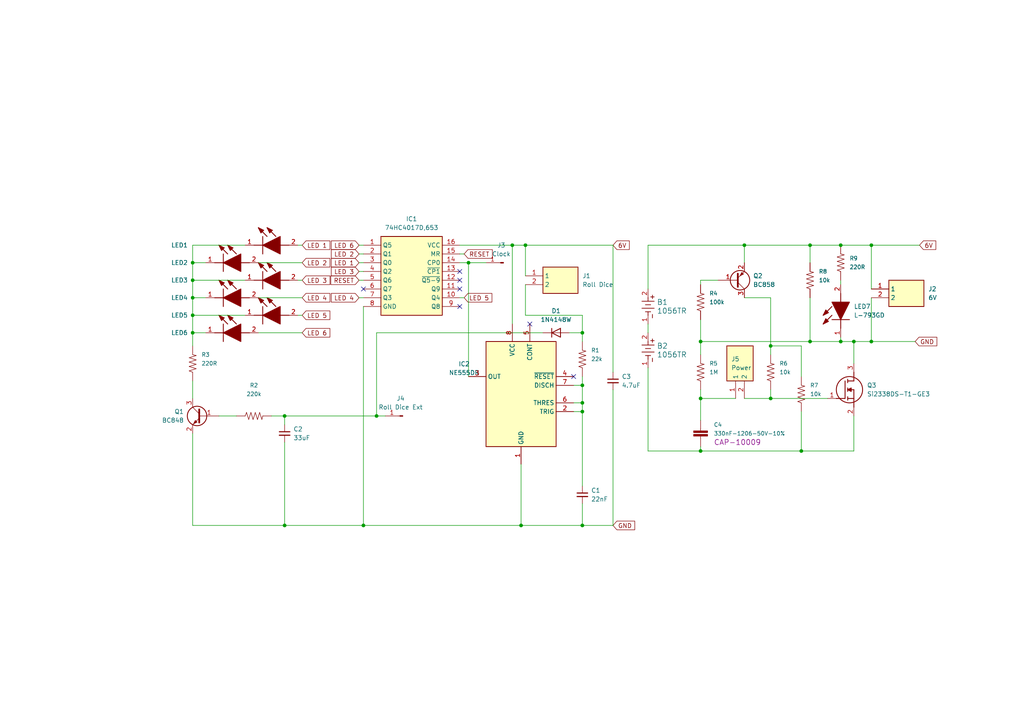
<source format=kicad_sch>
(kicad_sch (version 20230121) (generator eeschema)
  (paper "A4")
  (lib_symbols
    (symbol "CR1220 Holder:1056TR" (pin_names (offset 0.254))
      (property "Reference" "B" (at 4.826 3.81 0))
      (property "Value" "1056TR" (at 4.826 -3.81 0))
      (symbol "1056TR_0_1"
        (polyline (pts (xy 1.778 1.27) (xy 2.794 1.27)) (stroke (width 0.2032)))
        (polyline (pts (xy 2.286 0.762) (xy 2.286 1.778)) (stroke (width 0.2032)))
        (polyline (pts (xy 2.54 0) (xy 3.4798 0)) (stroke (width 0.2032)))
        (polyline (pts (xy 3.556 -1.778) (xy 3.556 1.778)) (stroke (width 0.2032)))
        (polyline (pts (xy 4.572 0.762) (xy 4.572 -0.762)) (stroke (width 0.2032)))
        (polyline (pts (xy 5.588 -1.778) (xy 5.588 1.778)) (stroke (width 0.2032)))
        (polyline (pts (xy 6.604 0) (xy 7.62 0)) (stroke (width 0.2032)))
        (polyline (pts (xy 6.604 0.762) (xy 6.604 -0.762)) (stroke (width 0.2032)))
        (polyline (pts (xy 7.366 1.27) (xy 8.382 1.27)) (stroke (width 0.2032)))
        (pin unspecified line (at 10.16 0 180) (length 2.54) (name "") (number "1"))
        (pin unspecified line (at 0 0 0) (length 2.54) (name "") (number "2"))
      )
    )
    (symbol "Connector:Conn_01x01_Pin" (pin_names (offset 1.016) hide)
      (property "Reference" "J" (at 0 2.54 0))
      (property "Value" "Conn_01x01_Pin" (at 0 -2.54 0))
      (symbol "Conn_01x01_Pin_1_1"
        (polyline (pts (xy 1.27 0) (xy 0.8636 0)) (stroke (width 0.1524)))
        (rectangle (start 0.8636 0.127) (end 0 -0.127) (stroke (width 0.1524)) (fill (type outline)))
        (pin passive line (at 5.08 0 180) (length 3.81) (name "Pin_1") (number "1"))
      )
    )
    (symbol "Device:C_Small" (pin_numbers hide) (pin_names (offset 0.254) hide)
      (property "Reference" "C" (at 0.254 1.778 0))
      (property "Value" "C_Small" (at 0.254 -2.032 0))
      (symbol "C_Small_0_1"
        (polyline (pts (xy -1.524 -0.508) (xy 1.524 -0.508)) (stroke (width 0.3302)))
        (polyline (pts (xy -1.524 0.508) (xy 1.524 0.508)) (stroke (width 0.3048)))
      )
      (symbol "C_Small_1_1"
        (pin passive line (at 0 2.54 270) (length 2.032) (name "~") (number "1"))
        (pin passive line (at 0 -2.54 90) (length 2.032) (name "~") (number "2"))
      )
    )
    (symbol "Diode:1N4148W" (pin_numbers hide) (pin_names hide)
      (property "Reference" "D" (at 0 2.54 0))
      (property "Value" "1N4148W" (at 0 -2.54 0))
      (symbol "1N4148W_0_1"
        (polyline (pts (xy -1.27 1.27) (xy -1.27 -1.27)) (stroke (width 0.254)))
        (polyline (pts (xy 1.27 0) (xy -1.27 0)))
        (polyline (pts (xy 1.27 1.27) (xy 1.27 -1.27) (xy -1.27 0) (xy 1.27 1.27)) (stroke (width 0.254)))
      )
      (symbol "1N4148W_1_1"
        (pin passive line (at -3.81 0 0) (length 2.54) (name "K") (number "1"))
        (pin passive line (at 3.81 0 180) (length 2.54) (name "A") (number "2"))
      )
    )
    (symbol "SamacSys_Parts:1776119-2"
      (property "Reference" "J" (at 16.51 7.62 0))
      (property "Value" "1776119-2" (at 16.51 5.08 0))
      (symbol "1776119-2_1_1"
        (rectangle (start 5.08 2.54) (end 15.24 -5.08) (stroke (width 0.254)) (fill (type background)))
        (pin passive line (at 0 0 0) (length 5.08) (name "1") (number "1"))
        (pin passive line (at 0 -2.54 0) (length 5.08) (name "2") (number "2"))
      )
    )
    (symbol "SamacSys_Parts:74HC4017D,653"
      (property "Reference" "IC" (at 24.13 7.62 0))
      (property "Value" "74HC4017D,653" (at 24.13 5.08 0))
      (symbol "74HC4017D,653_1_1"
        (rectangle (start 5.08 2.54) (end 22.86 -20.32) (stroke (width 0.254)) (fill (type background)))
        (pin passive line (at 0 0 0) (length 5.08) (name "Q5") (number "1"))
        (pin passive line (at 27.94 -15.24 180) (length 5.08) (name "Q4") (number "10"))
        (pin passive line (at 27.94 -12.7 180) (length 5.08) (name "Q9") (number "11"))
        (pin passive line (at 27.94 -10.16 180) (length 5.08) (name "~{Q5-9}") (number "12"))
        (pin passive line (at 27.94 -7.62 180) (length 5.08) (name "~{CP1}") (number "13"))
        (pin passive line (at 27.94 -5.08 180) (length 5.08) (name "CP0") (number "14"))
        (pin passive line (at 27.94 -2.54 180) (length 5.08) (name "MR") (number "15"))
        (pin passive line (at 27.94 0 180) (length 5.08) (name "VCC") (number "16"))
        (pin passive line (at 0 -2.54 0) (length 5.08) (name "Q1") (number "2"))
        (pin passive line (at 0 -5.08 0) (length 5.08) (name "Q0") (number "3"))
        (pin passive line (at 0 -7.62 0) (length 5.08) (name "Q2") (number "4"))
        (pin passive line (at 0 -10.16 0) (length 5.08) (name "Q6") (number "5"))
        (pin passive line (at 0 -12.7 0) (length 5.08) (name "Q7") (number "6"))
        (pin passive line (at 0 -15.24 0) (length 5.08) (name "Q3") (number "7"))
        (pin passive line (at 0 -17.78 0) (length 5.08) (name "GND") (number "8"))
        (pin passive line (at 27.94 -17.78 180) (length 5.08) (name "Q8") (number "9"))
      )
    )
    (symbol "SamacSys_Parts:L-793GD" (pin_names hide)
      (property "Reference" "LED" (at 12.7 8.89 0))
      (property "Value" "L-793GD" (at 12.7 6.35 0))
      (symbol "L-793GD_1_1"
        (polyline (pts (xy 2.54 0) (xy 5.08 0)) (stroke (width 0.254)))
        (polyline (pts (xy 5.08 2.54) (xy 5.08 -2.54)) (stroke (width 0.254)))
        (polyline (pts (xy 6.35 2.54) (xy 3.81 5.08)) (stroke (width 0.254)))
        (polyline (pts (xy 8.89 2.54) (xy 6.35 5.08)) (stroke (width 0.254)))
        (polyline (pts (xy 10.16 0) (xy 12.7 0)) (stroke (width 0.254)))
        (polyline (pts (xy 5.08 0) (xy 10.16 2.54) (xy 10.16 -2.54) (xy 5.08 0)) (stroke (width 0.254)) (fill (type outline)))
        (polyline (pts (xy 5.334 4.318) (xy 4.572 3.556) (xy 3.81 5.08) (xy 5.334 4.318)) (stroke (width 0.254)) (fill (type outline)))
        (polyline (pts (xy 7.874 4.318) (xy 7.112 3.556) (xy 6.35 5.08) (xy 7.874 4.318)) (stroke (width 0.254)) (fill (type outline)))
        (pin passive line (at 0 0 0) (length 2.54) (name "K") (number "1"))
        (pin passive line (at 15.24 0 180) (length 2.54) (name "A") (number "2"))
      )
    )
    (symbol "SamacSys_Parts:NE555DR"
      (property "Reference" "IC" (at 26.67 15.24 0))
      (property "Value" "NE555DR" (at 26.67 12.7 0))
      (symbol "NE555DR_1_1"
        (rectangle (start 5.08 10.16) (end 25.4 -20.32) (stroke (width 0.254)) (fill (type background)))
        (pin passive line (at 15.24 -25.4 90) (length 5.08) (name "GND") (number "1"))
        (pin passive line (at 0 -10.16 0) (length 5.08) (name "TRIG") (number "2"))
        (pin passive line (at 30.48 0 180) (length 5.08) (name "OUT") (number "3"))
        (pin passive line (at 0 0 0) (length 5.08) (name "~{RESET}") (number "4"))
        (pin passive line (at 12.7 15.24 270) (length 5.08) (name "CONT") (number "5"))
        (pin passive line (at 0 -7.62 0) (length 5.08) (name "THRES") (number "6"))
        (pin passive line (at 0 -2.54 0) (length 5.08) (name "DISCH") (number "7"))
        (pin passive line (at 17.78 15.24 270) (length 5.08) (name "VCC") (number "8"))
      )
    )
    (symbol "SamacSys_Parts:Si2338DS-T1-GE3" (pin_names hide)
      (property "Reference" "Q" (at 11.43 3.81 0))
      (property "Value" "Si2338DS-T1-GE3" (at 11.43 1.27 0))
      (symbol "Si2338DS-T1-GE3_1_1"
        (polyline (pts (xy 2.54 0) (xy 5.08 0)) (stroke (width 0.254)))
        (polyline (pts (xy 5.08 5.08) (xy 5.08 0)) (stroke (width 0.254)))
        (polyline (pts (xy 5.842 -0.508) (xy 5.842 0.508)) (stroke (width 0.254)))
        (polyline (pts (xy 5.842 0) (xy 7.62 0)) (stroke (width 0.254)))
        (polyline (pts (xy 5.842 2.032) (xy 5.842 3.048)) (stroke (width 0.254)))
        (polyline (pts (xy 5.842 5.588) (xy 5.842 4.572)) (stroke (width 0.254)))
        (polyline (pts (xy 7.62 2.54) (xy 5.842 2.54)) (stroke (width 0.254)))
        (polyline (pts (xy 7.62 2.54) (xy 7.62 -2.54)) (stroke (width 0.254)))
        (polyline (pts (xy 7.62 5.08) (xy 5.842 5.08)) (stroke (width 0.254)))
        (polyline (pts (xy 7.62 5.08) (xy 7.62 7.62)) (stroke (width 0.254)))
        (polyline (pts (xy 5.842 2.54) (xy 6.858 3.048) (xy 6.858 2.032) (xy 5.842 2.54)) (stroke (width 0.254)) (fill (type outline)))
        (circle (center 6.35 2.54) (radius 3.81) (stroke (width 0.254)))
        (pin input line (at 0 0 0) (length 2.54) (name "G") (number "1"))
        (pin bidirectional line (at 7.62 -5.08 90) (length 2.54) (name "S") (number "2"))
        (pin bidirectional line (at 7.62 10.16 270) (length 2.54) (name "D") (number "3"))
      )
    )
    (symbol "SparkFun-Capacitors:2.2UF-1206-50V-10%" (pin_numbers hide) (pin_names (offset 1.016) hide)
      (property "Reference" "C" (at 1.524 2.921 0))
      (property "Value" "2.2UF-1206-50V-10%" (at 1.524 -2.159 0))
      (property "Field4" "CAP-10009" (at 0 7.62 0))
      (symbol "2.2UF-1206-50V-10%_1_0"
        (polyline (pts (xy 0 0) (xy 0 0.508)))
        (polyline (pts (xy 0 2.54) (xy 0 2.032)))
      )
      (symbol "2.2UF-1206-50V-10%_1_1"
        (rectangle (start -2.032 0.508) (end 2.032 1.016) (fill (type outline)))
        (rectangle (start -2.032 1.524) (end 2.032 2.032) (fill (type outline)))
        (pin passive line (at 0 5.08 270) (length 2.54) (name "1") (number "1"))
        (pin passive line (at 0 -2.54 90) (length 2.54) (name "2") (number "2"))
      )
    )
    (symbol "SparkFun-Resistors:RESISTOR1206" (pin_numbers hide) (pin_names (offset 1.016) hide)
      (property "Reference" "R" (at -5.08 1.27 0))
      (property "Value" "RESISTOR1206" (at -5.08 -3.81 0))
      (property "Field4" " " (at 0 5.08 0))
      (symbol "RESISTOR1206_1_0"
        (polyline (pts (xy -2.54 0) (xy -2.159 1.016)))
        (polyline (pts (xy -2.159 1.016) (xy -1.524 -1.016)))
        (polyline (pts (xy -1.524 -1.016) (xy -0.889 1.016)))
        (polyline (pts (xy -0.889 1.016) (xy -0.254 -1.016)))
        (polyline (pts (xy -0.254 -1.016) (xy 0.381 1.016)))
        (polyline (pts (xy 0.381 1.016) (xy 1.016 -1.016)))
        (polyline (pts (xy 1.016 -1.016) (xy 1.651 1.016)))
        (polyline (pts (xy 1.651 1.016) (xy 2.286 -1.016)))
        (polyline (pts (xy 2.286 -1.016) (xy 2.54 0)))
      )
      (symbol "RESISTOR1206_1_1"
        (pin passive line (at -5.08 0 0) (length 2.54) (name "1") (number "1"))
        (pin passive line (at 5.08 0 180) (length 2.54) (name "2") (number "2"))
      )
    )
    (symbol "Transistor_BJT:BC848" (pin_names (offset 0) hide)
      (property "Reference" "Q" (at 5.08 1.905 0))
      (property "Value" "BC848" (at 5.08 0 0))
      (symbol "BC848_0_1"
        (polyline (pts (xy 0.635 0.635) (xy 2.54 2.54)))
        (polyline (pts (xy 0.635 -0.635) (xy 2.54 -2.54) (xy 2.54 -2.54)))
        (polyline (pts (xy 0.635 1.905) (xy 0.635 -1.905) (xy 0.635 -1.905)) (stroke (width 0.508)))
        (polyline (pts (xy 1.27 -1.778) (xy 1.778 -1.27) (xy 2.286 -2.286) (xy 1.27 -1.778) (xy 1.27 -1.778)) (fill (type outline)))
        (circle (center 1.27 0) (radius 2.8194) (stroke (width 0.254)))
      )
      (symbol "BC848_1_1"
        (pin input line (at -5.08 0 0) (length 5.715) (name "B") (number "1"))
        (pin passive line (at 2.54 -5.08 90) (length 2.54) (name "E") (number "2"))
        (pin passive line (at 2.54 5.08 270) (length 2.54) (name "C") (number "3"))
      )
    )
    (symbol "Transistor_BJT:BC858" (pin_names (offset 0) hide)
      (property "Reference" "Q" (at 5.08 1.905 0))
      (property "Value" "BC858" (at 5.08 0 0))
      (symbol "BC858_0_1"
        (polyline (pts (xy 0.635 0.635) (xy 2.54 2.54)))
        (polyline (pts (xy 0.635 -0.635) (xy 2.54 -2.54) (xy 2.54 -2.54)))
        (polyline (pts (xy 0.635 1.905) (xy 0.635 -1.905) (xy 0.635 -1.905)) (stroke (width 0.508)))
        (polyline (pts (xy 2.286 -1.778) (xy 1.778 -2.286) (xy 1.27 -1.27) (xy 2.286 -1.778) (xy 2.286 -1.778)) (fill (type outline)))
        (circle (center 1.27 0) (radius 2.8194) (stroke (width 0.254)))
      )
      (symbol "BC858_1_1"
        (pin input line (at -5.08 0 0) (length 5.715) (name "B") (number "1"))
        (pin passive line (at 2.54 -5.08 90) (length 2.54) (name "E") (number "2"))
        (pin passive line (at 2.54 5.08 270) (length 2.54) (name "C") (number "3"))
      )
    )
  )
  (junction (at 223.52 115.57))
  (junction (at 55.88 81.28))
  (junction (at 135.89 76.2))
  (junction (at 203.2 99.06))
  (junction (at 203.2 115.57))
  (junction (at 148.59 71.12))
  (junction (at 168.91 111.76))
  (junction (at 55.88 91.44))
  (junction (at 252.73 71.12))
  (junction (at 82.55 152.4))
  (junction (at 234.95 99.06))
  (junction (at 152.4 71.12))
  (junction (at 168.91 116.84))
  (junction (at 243.84 99.06))
  (junction (at 215.9 71.12))
  (junction (at 243.84 71.12))
  (junction (at 234.95 71.12))
  (junction (at 203.2 130.81))
  (junction (at 223.52 100.33))
  (junction (at 168.91 152.4))
  (junction (at 55.88 96.52))
  (junction (at 105.41 152.4))
  (junction (at 55.88 76.2))
  (junction (at 168.91 119.38))
  (junction (at 55.88 86.36))
  (junction (at 232.41 130.81))
  (junction (at 252.73 99.06))
  (junction (at 247.65 99.06))
  (junction (at 109.22 120.65))
  (junction (at 82.55 120.65))
  (junction (at 151.13 152.4))
  (junction (at 168.91 96.52))
  (no_connect (at 133.35 78.74))
  (no_connect (at 105.41 83.82))
  (no_connect (at 133.35 81.28))
  (no_connect (at 153.67 93.98))
  (no_connect (at 133.35 88.9))
  (no_connect (at 166.37 109.22))
  (no_connect (at 133.35 83.82))
  (wire (pts (xy 152.4 91.44) (xy 168.91 91.44)))
  (wire (pts (xy 243.84 71.12) (xy 234.95 71.12)))
  (wire (pts (xy 151.13 134.62) (xy 151.13 152.4)))
  (wire (pts (xy 234.95 71.12) (xy 215.9 71.12)))
  (wire (pts (xy 215.9 71.12) (xy 215.9 76.2)))
  (wire (pts (xy 234.95 86.36) (xy 234.95 99.06)))
  (wire (pts (xy 243.84 99.06) (xy 243.84 97.79)))
  (wire (pts (xy 177.8 152.4) (xy 168.91 152.4)))
  (wire (pts (xy 252.73 99.06) (xy 265.43 99.06)))
  (wire (pts (xy 223.52 100.33) (xy 223.52 102.87)))
  (wire (pts (xy 187.96 71.12) (xy 187.96 83.82)))
  (wire (pts (xy 168.91 146.05) (xy 168.91 152.4)))
  (wire (pts (xy 166.37 116.84) (xy 168.91 116.84)))
  (wire (pts (xy 148.59 71.12) (xy 148.59 93.98)))
  (wire (pts (xy 55.88 96.52) (xy 55.88 100.33)))
  (wire (pts (xy 109.22 96.52) (xy 157.48 96.52)))
  (wire (pts (xy 104.14 71.12) (xy 105.41 71.12)))
  (wire (pts (xy 232.41 100.33) (xy 232.41 109.22)))
  (wire (pts (xy 74.93 76.2) (xy 87.63 76.2)))
  (wire (pts (xy 74.93 96.52) (xy 87.63 96.52)))
  (wire (pts (xy 135.89 76.2) (xy 135.89 109.22)))
  (wire (pts (xy 203.2 115.57) (xy 213.36 115.57)))
  (wire (pts (xy 82.55 120.65) (xy 82.55 123.19)))
  (wire (pts (xy 55.88 91.44) (xy 55.88 96.52)))
  (wire (pts (xy 109.22 120.65) (xy 109.22 96.52)))
  (wire (pts (xy 203.2 115.57) (xy 203.2 121.92)))
  (wire (pts (xy 168.91 111.76) (xy 168.91 116.84)))
  (wire (pts (xy 82.55 128.27) (xy 82.55 152.4)))
  (wire (pts (xy 55.88 152.4) (xy 55.88 125.73)))
  (wire (pts (xy 232.41 130.81) (xy 247.65 130.81)))
  (wire (pts (xy 203.2 129.54) (xy 203.2 130.81)))
  (wire (pts (xy 168.91 109.22) (xy 168.91 111.76)))
  (wire (pts (xy 203.2 81.28) (xy 203.2 82.55)))
  (wire (pts (xy 55.88 110.49) (xy 55.88 115.57)))
  (wire (pts (xy 135.89 76.2) (xy 140.97 76.2)))
  (wire (pts (xy 55.88 91.44) (xy 71.12 91.44)))
  (wire (pts (xy 223.52 115.57) (xy 223.52 113.03)))
  (wire (pts (xy 166.37 111.76) (xy 168.91 111.76)))
  (wire (pts (xy 203.2 99.06) (xy 234.95 99.06)))
  (wire (pts (xy 203.2 99.06) (xy 203.2 102.87)))
  (wire (pts (xy 104.14 86.36) (xy 105.41 86.36)))
  (wire (pts (xy 105.41 88.9) (xy 105.41 152.4)))
  (wire (pts (xy 223.52 100.33) (xy 232.41 100.33)))
  (wire (pts (xy 82.55 152.4) (xy 55.88 152.4)))
  (wire (pts (xy 86.36 91.44) (xy 87.63 91.44)))
  (wire (pts (xy 247.65 120.65) (xy 247.65 130.81)))
  (wire (pts (xy 208.28 81.28) (xy 203.2 81.28)))
  (wire (pts (xy 55.88 71.12) (xy 55.88 76.2)))
  (wire (pts (xy 55.88 96.52) (xy 59.69 96.52)))
  (wire (pts (xy 252.73 71.12) (xy 252.73 83.82)))
  (wire (pts (xy 247.65 99.06) (xy 247.65 105.41)))
  (wire (pts (xy 105.41 152.4) (xy 82.55 152.4)))
  (wire (pts (xy 240.03 115.57) (xy 223.52 115.57)))
  (wire (pts (xy 74.93 86.36) (xy 87.63 86.36)))
  (wire (pts (xy 243.84 81.28) (xy 243.84 82.55)))
  (wire (pts (xy 82.55 120.65) (xy 109.22 120.65)))
  (wire (pts (xy 187.96 130.81) (xy 203.2 130.81)))
  (wire (pts (xy 215.9 71.12) (xy 187.96 71.12)))
  (wire (pts (xy 215.9 86.36) (xy 223.52 86.36)))
  (wire (pts (xy 215.9 115.57) (xy 223.52 115.57)))
  (wire (pts (xy 151.13 152.4) (xy 105.41 152.4)))
  (wire (pts (xy 187.96 106.68) (xy 187.96 130.81)))
  (wire (pts (xy 177.8 71.12) (xy 177.8 107.95)))
  (wire (pts (xy 203.2 113.03) (xy 203.2 115.57)))
  (wire (pts (xy 243.84 71.12) (xy 252.73 71.12)))
  (wire (pts (xy 55.88 81.28) (xy 71.12 81.28)))
  (wire (pts (xy 55.88 86.36) (xy 59.69 86.36)))
  (wire (pts (xy 148.59 71.12) (xy 133.35 71.12)))
  (wire (pts (xy 133.35 76.2) (xy 135.89 76.2)))
  (wire (pts (xy 168.91 116.84) (xy 168.91 119.38)))
  (wire (pts (xy 104.14 76.2) (xy 105.41 76.2)))
  (wire (pts (xy 104.14 73.66) (xy 105.41 73.66)))
  (wire (pts (xy 234.95 71.12) (xy 234.95 76.2)))
  (wire (pts (xy 234.95 99.06) (xy 243.84 99.06)))
  (wire (pts (xy 168.91 119.38) (xy 168.91 140.97)))
  (wire (pts (xy 86.36 71.12) (xy 87.63 71.12)))
  (wire (pts (xy 104.14 81.28) (xy 105.41 81.28)))
  (wire (pts (xy 252.73 71.12) (xy 266.7 71.12)))
  (wire (pts (xy 71.12 71.12) (xy 55.88 71.12)))
  (wire (pts (xy 152.4 71.12) (xy 148.59 71.12)))
  (wire (pts (xy 203.2 130.81) (xy 232.41 130.81)))
  (wire (pts (xy 78.74 120.65) (xy 82.55 120.65)))
  (wire (pts (xy 168.91 119.38) (xy 166.37 119.38)))
  (wire (pts (xy 187.96 93.98) (xy 187.96 96.52)))
  (wire (pts (xy 104.14 78.74) (xy 105.41 78.74)))
  (wire (pts (xy 232.41 119.38) (xy 232.41 130.81)))
  (wire (pts (xy 133.35 73.66) (xy 134.62 73.66)))
  (wire (pts (xy 86.36 81.28) (xy 87.63 81.28)))
  (wire (pts (xy 152.4 71.12) (xy 152.4 80.01)))
  (wire (pts (xy 223.52 86.36) (xy 223.52 100.33)))
  (wire (pts (xy 63.5 120.65) (xy 68.58 120.65)))
  (wire (pts (xy 168.91 152.4) (xy 151.13 152.4)))
  (wire (pts (xy 152.4 82.55) (xy 152.4 91.44)))
  (wire (pts (xy 243.84 99.06) (xy 247.65 99.06)))
  (wire (pts (xy 247.65 99.06) (xy 252.73 99.06)))
  (wire (pts (xy 203.2 92.71) (xy 203.2 99.06)))
  (wire (pts (xy 168.91 91.44) (xy 168.91 96.52)))
  (wire (pts (xy 165.1 96.52) (xy 168.91 96.52)))
  (wire (pts (xy 177.8 113.03) (xy 177.8 152.4)))
  (wire (pts (xy 55.88 81.28) (xy 55.88 86.36)))
  (wire (pts (xy 177.8 71.12) (xy 152.4 71.12)))
  (wire (pts (xy 168.91 99.06) (xy 168.91 96.52)))
  (wire (pts (xy 55.88 76.2) (xy 59.69 76.2)))
  (wire (pts (xy 55.88 76.2) (xy 55.88 81.28)))
  (wire (pts (xy 55.88 86.36) (xy 55.88 91.44)))
  (wire (pts (xy 252.73 86.36) (xy 252.73 99.06)))
  (wire (pts (xy 109.22 120.65) (xy 111.76 120.65)))
  (wire (pts (xy 133.35 86.36) (xy 134.62 86.36)))
  (global_label "6V" (shape input) (at 266.7 71.12 0) (property "Intersheetrefs" "${INTERSHEET_REFS}" (effects hide)))
  (global_label "GND" (shape input) (at 177.8 152.4 0) (property "Intersheetrefs" "${INTERSHEET_REFS}" (effects hide)))
  (global_label "LED 5" (shape input) (at 134.62 86.36 0) (property "Intersheetrefs" "${INTERSHEET_REFS}" (effects hide)))
  (global_label "LED 3" (shape input) (at 104.14 78.74 180) (property "Intersheetrefs" "${INTERSHEET_REFS}" (effects hide)))
  (global_label "LED 4" (shape input) (at 87.63 86.36 0) (property "Intersheetrefs" "${INTERSHEET_REFS}" (effects hide)))
  (global_label "LED 2" (shape input) (at 87.63 76.2 0) (property "Intersheetrefs" "${INTERSHEET_REFS}" (effects hide)))
  (global_label "LED 5" (shape input) (at 87.63 91.44 0) (property "Intersheetrefs" "${INTERSHEET_REFS}" (effects hide)))
  (global_label "RESET" (shape input) (at 104.14 81.28 180) (property "Intersheetrefs" "${INTERSHEET_REFS}" (effects hide)))
  (global_label "GND" (shape input) (at 265.43 99.06 0) (property "Intersheetrefs" "${INTERSHEET_REFS}" (effects hide)))
  (global_label "LED 1" (shape input) (at 104.14 76.2 180) (property "Intersheetrefs" "${INTERSHEET_REFS}" (effects hide)))
  (global_label "LED 4" (shape input) (at 104.14 86.36 180) (property "Intersheetrefs" "${INTERSHEET_REFS}" (effects hide)))
  (global_label "RESET" (shape input) (at 134.62 73.66 0) (property "Intersheetrefs" "${INTERSHEET_REFS}" (effects hide)))
  (global_label "LED 3" (shape input) (at 87.63 81.28 0) (property "Intersheetrefs" "${INTERSHEET_REFS}" (effects hide)))
  (global_label "6V" (shape input) (at 177.8 71.12 0) (property "Intersheetrefs" "${INTERSHEET_REFS}" (effects hide)))
  (global_label "LED 6" (shape input) (at 104.14 71.12 180) (property "Intersheetrefs" "${INTERSHEET_REFS}" (effects hide)))
  (global_label "LED 2" (shape input) (at 104.14 73.66 180) (property "Intersheetrefs" "${INTERSHEET_REFS}" (effects hide)))
  (global_label "LED 1" (shape input) (at 87.63 71.12 0) (property "Intersheetrefs" "${INTERSHEET_REFS}" (effects hide)))
  (global_label "LED 6" (shape input) (at 87.63 96.52 0) (property "Intersheetrefs" "${INTERSHEET_REFS}" (effects hide)))
  (symbol (lib_id "SparkFun-Resistors:RESISTOR1206") (at 203.2 107.95 90) (unit 1)
    (property "Reference" "R5" (at 205.74 105.41 90) (effects (font (size 1.143 1.143)) (justify right)))
    (property "Value" "1M" (at 205.74 107.95 90) (effects (font (size 1.143 1.143)) (justify right)))
    (property "Footprint" "Resistor_SMD:R_1206_3216Metric" (effects hide))
    (property "Field4" " " (at 205.74 110.49 90) (effects (font (size 1.524 1.524)) (justify right)))
  )
  (symbol (lib_id "SparkFun-Resistors:RESISTOR1206") (at 73.66 120.65 0) (unit 1)
    (property "Reference" "R2" (at 73.66 111.76 0) (effects (font (size 1.143 1.143))))
    (property "Value" "220k" (at 73.66 114.3 0) (effects (font (size 1.143 1.143))))
    (property "Footprint" "Resistor_SMD:R_1206_3216Metric" (effects hide))
    (property "Field4" " " (at 73.66 116.84 0) (effects (font (size 1.524 1.524))))
  )
  (symbol (lib_id "SamacSys_Parts:L-793GD") (at 59.69 96.52 0) (unit 1)
    (property "Reference" "LED6" (at 52.07 96.52 0))
    (property "Value" "L-793GD" (effects hide))
    (property "Footprint" "SamacSys_Parts:L793GD" (effects hide))
    (property "Datasheet" "https://datasheet.datasheetarchive.com/originals/distributors/Datasheets-19/DSA-377207.pdf" (effects hide))
    (property "Height" "12.25" (effects hide))
    (property "Manufacturer_Name" "Kingbright" (effects hide))
    (property "Manufacturer_Part_Number" "L-793GD" (effects hide))
  )
  (symbol (lib_id "SamacSys_Parts:L-793GD") (at 59.69 86.36 0) (unit 1)
    (property "Reference" "LED4" (at 52.07 86.36 0))
    (property "Value" "L-793GD" (effects hide))
    (property "Footprint" "SamacSys_Parts:L793GD" (effects hide))
    (property "Datasheet" "https://datasheet.datasheetarchive.com/originals/distributors/Datasheets-19/DSA-377207.pdf" (effects hide))
    (property "Height" "12.25" (effects hide))
    (property "Manufacturer_Name" "Kingbright" (effects hide))
    (property "Manufacturer_Part_Number" "L-793GD" (effects hide))
  )
  (symbol (lib_id "SamacSys_Parts:L-793GD") (at 71.12 71.12 0) (unit 1)
    (property "Reference" "LED1" (at 52.07 71.12 0))
    (property "Value" "L-793GD" (effects hide))
    (property "Footprint" "SamacSys_Parts:L793GD" (effects hide))
    (property "Datasheet" "https://datasheet.datasheetarchive.com/originals/distributors/Datasheets-19/DSA-377207.pdf" (effects hide))
    (property "Height" "12.25" (effects hide))
    (property "Manufacturer_Name" "Kingbright" (effects hide))
    (property "Manufacturer_Part_Number" "L-793GD" (effects hide))
  )
  (symbol (lib_id "SparkFun-Resistors:RESISTOR1206") (at 168.91 104.14 90) (unit 1)
    (property "Reference" "R1" (at 171.45 101.6 90) (effects (font (size 1.143 1.143)) (justify right)))
    (property "Value" "22k" (at 171.45 104.14 90) (effects (font (size 1.143 1.143)) (justify right)))
    (property "Footprint" "Resistor_SMD:R_1206_3216Metric" (effects hide))
    (property "Field4" " " (at 171.45 106.68 90) (effects (font (size 1.524 1.524)) (justify right)))
  )
  (symbol (lib_id "SamacSys_Parts:L-793GD") (at 243.84 97.79 90) (unit 1)
    (property "Reference" "LED7" (at 247.65 88.9 90) (effects (justify right)))
    (property "Value" "L-793GD" (at 247.65 91.44 90) (effects (justify right)))
    (property "Footprint" "SamacSys_Parts:L793GD" (effects hide))
    (property "Datasheet" "https://datasheet.datasheetarchive.com/originals/distributors/Datasheets-19/DSA-377207.pdf" (effects hide))
    (property "Height" "12.25" (effects hide))
    (property "Manufacturer_Name" "Kingbright" (effects hide))
    (property "Manufacturer_Part_Number" "L-793GD" (effects hide))
  )
  (symbol (lib_id "SparkFun-Resistors:RESISTOR1206") (at 232.41 114.3 90) (unit 1)
    (property "Reference" "R7" (at 234.95 111.76 90) (effects (font (size 1.143 1.143)) (justify right)))
    (property "Value" "10k" (at 234.95 114.3 90) (effects (font (size 1.143 1.143)) (justify right)))
    (property "Footprint" "Resistor_SMD:R_1206_3216Metric" (effects hide))
    (property "Field4" " " (at 234.95 116.84 90) (effects (font (size 1.524 1.524)) (justify right)))
  )
  (symbol (lib_id "SparkFun-Resistors:RESISTOR1206") (at 223.52 107.95 90) (unit 1)
    (property "Reference" "R6" (at 226.06 105.41 90) (effects (font (size 1.143 1.143)) (justify right)))
    (property "Value" "10k" (at 226.06 107.95 90) (effects (font (size 1.143 1.143)) (justify right)))
    (property "Footprint" "Resistor_SMD:R_1206_3216Metric" (effects hide))
    (property "Field4" " " (at 226.06 110.49 90) (effects (font (size 1.524 1.524)) (justify right)))
  )
  (symbol (lib_id "Connector:Conn_01x01_Pin") (at 146.05 76.2 180) (unit 1)
    (property "Reference" "J3" (at 145.415 71.12 0))
    (property "Value" "Clock" (at 145.415 73.66 0))
    (property "Footprint" "Connector_PinHeader_2.54mm:PinHeader_1x01_P2.54mm_Vertical" (effects hide))
  )
  (symbol (lib_id "SamacSys_Parts:1776119-2") (at 252.73 83.82 0) (unit 1)
    (property "Reference" "J2" (at 269.24 83.82 0) (effects (justify left)))
    (property "Value" "6V" (at 269.24 86.36 0) (effects (justify left)))
    (property "Footprint" "SamacSys_Parts:17761192" (effects hide))
    (property "Datasheet" "https://www.te.com/commerce/DocumentDelivery/DDEController?Action=showdoc&DocId=Customer+Drawing%7F1776119%7FB7%7Fpdf%7FEnglish%7FENG_CD_1776119_B7.pdf%7F1776119-2" (effects hide))
    (property "Height" "10.15" (effects hide))
    (property "Manufacturer_Name" "TE Connectivity" (effects hide))
    (property "Manufacturer_Part_Number" "1776119-2" (effects hide))
  )
  (symbol (lib_id "SamacSys_Parts:74HC4017D,653") (at 105.41 71.12 0) (unit 1)
    (property "Reference" "IC1" (at 119.38 63.5 0))
    (property "Value" "74HC4017D,653" (at 119.38 66.04 0))
    (property "Footprint" "SamacSys_Parts:SOIC127P600X175-16N" (effects hide))
    (property "Datasheet" "https://assets.nexperia.com/documents/data-sheet/74HC_HCT4017.pdf" (effects hide))
    (property "Height" "1.75" (effects hide))
    (property "Manufacturer_Name" "Nexperia" (effects hide))
    (property "Manufacturer_Part_Number" "74HC4017D,653" (effects hide))
  )
  (symbol (lib_id "SparkFun-Resistors:RESISTOR1206") (at 55.88 105.41 90) (unit 1)
    (property "Reference" "R3" (at 58.42 102.87 90) (effects (font (size 1.143 1.143)) (justify right)))
    (property "Value" "220R" (at 58.42 105.41 90) (effects (font (size 1.143 1.143)) (justify right)))
    (property "Footprint" "Resistor_SMD:R_1206_3216Metric" (effects hide))
    (property "Field4" " " (at 58.42 107.95 90) (effects (font (size 1.524 1.524)) (justify right)))
  )
  (symbol (lib_id "CR1220 Holder:1056TR") (at 187.96 83.82 270) (unit 1)
    (property "Reference" "B1" (at 190.5 87.63 90) (effects (font (size 1.524 1.524)) (justify left)))
    (property "Value" "1056TR" (at 190.5 90.17 90) (effects (font (size 1.524 1.524)) (justify left)))
    (property "Footprint" "SamacSys_Parts:1056TR" (effects hide))
    (property "Datasheet" "1056TR" (effects hide))
  )
  (symbol (lib_id "Transistor_BJT:BC848") (at 58.42 120.65 0) (mirror y) (unit 1)
    (property "Reference" "Q1" (at 53.34 119.38 0) (effects (justify left)))
    (property "Value" "BC848" (at 53.34 121.92 0) (effects (justify left)))
    (property "Footprint" "Package_TO_SOT_SMD:SOT-23" (effects hide))
    (property "Datasheet" "http://www.infineon.com/dgdl/Infineon-BC847SERIES_BC848SERIES_BC849SERIES_BC850SERIES-DS-v01_01-en.pdf?fileId=db3a304314dca389011541d4630a1657" (effects hide))
  )
  (symbol (lib_id "SamacSys_Parts:NE555DR") (at 166.37 109.22 0) (mirror y) (unit 1)
    (property "Reference" "IC2" (at 134.62 105.5721 0))
    (property "Value" "NE555DR" (at 134.62 108.1121 0))
    (property "Footprint" "SamacSys_Parts:SOIC127P600X175-8N" (effects hide))
    (property "Datasheet" "https: //www.ti.com/lit/gpn/ne555" (effects hide))
    (property "Height" "1.75" (effects hide))
    (property "Manufacturer_Name" "Texas Instruments" (effects hide))
    (property "Manufacturer_Part_Number" "NE555DR" (effects hide))
    (property "Mouser Part Number" "595-NE555DR" (effects hide))
    (property "Mouser Price/Stock" "https://www.mouser.co.uk/ProductDetail/Texas-Instruments/NE555DR?qs=gb35HGp1gQJ5U8ZthvvoVQ%3D%3D" (effects hide))
    (property "Arrow Part Number" "NE555DR" (effects hide))
    (property "Arrow Price/Stock" "https://www.arrow.com/en/products/ne555dr/texas-instruments?region=nac" (effects hide))
  )
  (symbol (lib_id "SparkFun-Resistors:RESISTOR1206") (at 234.95 81.28 90) (unit 1)
    (property "Reference" "R8" (at 237.49 78.74 90) (effects (font (size 1.143 1.143)) (justify right)))
    (property "Value" "10k" (at 237.49 81.28 90) (effects (font (size 1.143 1.143)) (justify right)))
    (property "Footprint" "Resistor_SMD:R_1206_3216Metric" (effects hide))
    (property "Field4" " " (at 237.49 83.82 90) (effects (font (size 1.524 1.524)) (justify right)))
  )
  (symbol (lib_id "SamacSys_Parts:L-793GD") (at 71.12 91.44 0) (unit 1)
    (property "Reference" "LED5" (at 52.07 91.44 0))
    (property "Value" "L-793GD" (effects hide))
    (property "Footprint" "SamacSys_Parts:L793GD" (effects hide))
    (property "Datasheet" "https://datasheet.datasheetarchive.com/originals/distributors/Datasheets-19/DSA-377207.pdf" (effects hide))
    (property "Height" "12.25" (effects hide))
    (property "Manufacturer_Name" "Kingbright" (effects hide))
    (property "Manufacturer_Part_Number" "L-793GD" (effects hide))
  )
  (symbol (lib_id "SamacSys_Parts:L-793GD") (at 59.69 76.2 0) (unit 1)
    (property "Reference" "LED2" (at 52.07 76.2 0))
    (property "Value" "L-793GD" (effects hide))
    (property "Footprint" "SamacSys_Parts:L793GD" (effects hide))
    (property "Datasheet" "https://datasheet.datasheetarchive.com/originals/distributors/Datasheets-19/DSA-377207.pdf" (effects hide))
    (property "Height" "12.25" (effects hide))
    (property "Manufacturer_Name" "Kingbright" (effects hide))
    (property "Manufacturer_Part_Number" "L-793GD" (effects hide))
  )
  (symbol (lib_id "Diode:1N4148W") (at 161.29 96.52 0) (unit 1)
    (property "Reference" "D1" (at 161.29 90.17 0))
    (property "Value" "1N4148W" (at 161.29 92.71 0))
    (property "Footprint" "Diode_SMD:D_SOD-123" (effects hide))
    (property "Datasheet" "https://www.vishay.com/docs/85748/1n4148w.pdf" (effects hide))
    (property "Sim.Device" "D" (effects hide))
    (property "Sim.Pins" "1=K 2=A" (effects hide))
  )
  (symbol (lib_id "Transistor_BJT:BC858") (at 213.36 81.28 0) (mirror x) (unit 1)
    (property "Reference" "Q2" (at 218.44 80.01 0) (effects (justify left)))
    (property "Value" "BC858" (at 218.44 82.55 0) (effects (justify left)))
    (property "Footprint" "Package_TO_SOT_SMD:SOT-23" (effects hide))
    (property "Datasheet" "https://www.onsemi.com/pub/Collateral/BC860-D.pdf" (effects hide))
  )
  (symbol (lib_id "SparkFun-Capacitors:2.2UF-1206-50V-10%") (at 203.2 124.46 180) (unit 1)
    (property "Reference" "C4" (at 207.01 123.19 0) (effects (font (size 1.143 1.143)) (justify right)))
    (property "Value" "330nF-1206-50V-10%" (at 207.01 125.73 0) (effects (font (size 1.143 1.143)) (justify right)))
    (property "Footprint" "Capacitor_SMD:C_1206_3216Metric" (effects hide))
    (property "Field4" "CAP-10009" (at 207.01 128.27 0) (effects (font (size 1.524 1.524)) (justify right)))
  )
  (symbol (lib_id "Device:C_Small") (at 168.91 143.51 0) (unit 1)
    (property "Reference" "C1" (at 171.45 142.2463 0) (effects (justify left)))
    (property "Value" "22nF" (at 171.45 144.7863 0) (effects (justify left)))
    (property "Footprint" "Capacitor_SMD:C_1206_3216Metric" (effects hide))
  )
  (symbol (lib_id "Device:C_Small") (at 82.55 125.73 0) (unit 1)
    (property "Reference" "C2" (at 85.09 124.4663 0) (effects (justify left)))
    (property "Value" "33uF" (at 85.09 127.0063 0) (effects (justify left)))
    (property "Footprint" "Capacitor_SMD:C_1206_3216Metric" (effects hide))
  )
  (symbol (lib_id "CR1220 Holder:1056TR") (at 187.96 96.52 270) (unit 1)
    (property "Reference" "B2" (at 190.5 100.33 90) (effects (font (size 1.524 1.524)) (justify left)))
    (property "Value" "1056TR" (at 190.5 102.87 90) (effects (font (size 1.524 1.524)) (justify left)))
    (property "Footprint" "SamacSys_Parts:1056TR" (effects hide))
    (property "Datasheet" "1056TR" (effects hide))
  )
  (symbol (lib_id "SparkFun-Resistors:RESISTOR1206") (at 203.2 87.63 90) (unit 1)
    (property "Reference" "R4" (at 205.74 85.09 90) (effects (font (size 1.143 1.143)) (justify right)))
    (property "Value" "100k" (at 205.74 87.63 90) (effects (font (size 1.143 1.143)) (justify right)))
    (property "Footprint" "Resistor_SMD:R_1206_3216Metric" (effects hide))
    (property "Field4" " " (at 205.74 90.17 90) (effects (font (size 1.524 1.524)) (justify right)))
  )
  (symbol (lib_id "Connector:Conn_01x01_Pin") (at 116.84 120.65 180) (unit 1)
    (property "Reference" "J4" (at 116.205 115.57 0))
    (property "Value" "Roll Dice Ext" (at 116.205 118.11 0))
    (property "Footprint" "Connector_PinHeader_2.54mm:PinHeader_1x01_P2.54mm_Vertical" (effects hide))
  )
  (symbol (lib_id "SamacSys_Parts:1776119-2") (at 152.4 80.01 0) (unit 1)
    (property "Reference" "J1" (at 168.91 80.01 0) (effects (justify left)))
    (property "Value" "Roll Dice" (at 168.91 82.55 0) (effects (justify left)))
    (property "Footprint" "SamacSys_Parts:17761192" (effects hide))
    (property "Datasheet" "https://www.te.com/commerce/DocumentDelivery/DDEController?Action=showdoc&DocId=Customer+Drawing%7F1776119%7FB7%7Fpdf%7FEnglish%7FENG_CD_1776119_B7.pdf%7F1776119-2" (effects hide))
    (property "Height" "10.15" (effects hide))
    (property "Manufacturer_Name" "TE Connectivity" (effects hide))
    (property "Manufacturer_Part_Number" "1776119-2" (effects hide))
  )
  (symbol (lib_id "Device:C_Small") (at 177.8 110.49 0) (unit 1)
    (property "Reference" "C3" (at 180.34 109.2263 0) (effects (justify left)))
    (property "Value" "4.7uF" (at 180.34 111.7663 0) (effects (justify left)))
    (property "Footprint" "Capacitor_SMD:C_1206_3216Metric" (effects hide))
  )
  (symbol (lib_id "SamacSys_Parts:Si2338DS-T1-GE3") (at 240.03 115.57 0) (unit 1)
    (property "Reference" "Q3" (at 251.46 111.76 0) (effects (justify left)))
    (property "Value" "Si2338DS-T1-GE3" (at 251.46 114.3 0) (effects (justify left)))
    (property "Footprint" "SamacSys_Parts:SOT95P237X112-3N" (effects hide))
    (property "Height" "1.12" (effects hide))
    (property "Manufacturer_Name" "Vishay" (effects hide))
    (property "Manufacturer_Part_Number" "Si2338DS-T1-GE3" (effects hide))
  )
  (symbol (lib_id "SamacSys_Parts:1776119-2") (at 213.36 115.57 90) (unit 1)
    (property "Reference" "J5" (at 212.09 104.14 90) (effects (justify right)))
    (property "Value" "Power" (at 212.09 106.68 90) (effects (justify right)))
    (property "Footprint" "SamacSys_Parts:17761192" (effects hide))
    (property "Datasheet" "https://www.te.com/commerce/DocumentDelivery/DDEController?Action=showdoc&DocId=Customer+Drawing%7F1776119%7FB7%7Fpdf%7FEnglish%7FENG_CD_1776119_B7.pdf%7F1776119-2" (effects hide))
    (property "Height" "10.15" (effects hide))
    (property "Manufacturer_Name" "TE Connectivity" (effects hide))
    (property "Manufacturer_Part_Number" "1776119-2" (effects hide))
  )
  (symbol (lib_id "SparkFun-Resistors:RESISTOR1206") (at 243.84 76.2 90) (unit 1)
    (property "Reference" "R9" (at 246.38 74.93 90) (effects (font (size 1.143 1.143)) (justify right)))
    (property "Value" "220R" (at 246.38 77.47 90) (effects (font (size 1.143 1.143)) (justify right)))
    (property "Footprint" "Resistor_SMD:R_1206_3216Metric" (effects hide))
    (property "Field4" " " (at 246.38 87.63 90) (effects (font (size 1.524 1.524)) (justify right)))
  )
  (symbol (lib_id "SamacSys_Parts:L-793GD") (at 71.12 81.28 0) (unit 1)
    (property "Reference" "LED3" (at 52.07 81.28 0))
    (property "Value" "L-793GD" (effects hide))
    (property "Footprint" "SamacSys_Parts:L793GD" (effects hide))
    (property "Datasheet" "https://datasheet.datasheetarchive.com/originals/distributors/Datasheets-19/DSA-377207.pdf" (effects hide))
    (property "Height" "12.25" (effects hide))
    (property "Manufacturer_Name" "Kingbright" (effects hide))
    (property "Manufacturer_Part_Number" "L-793GD" (effects hide))
  )
)
</source>
